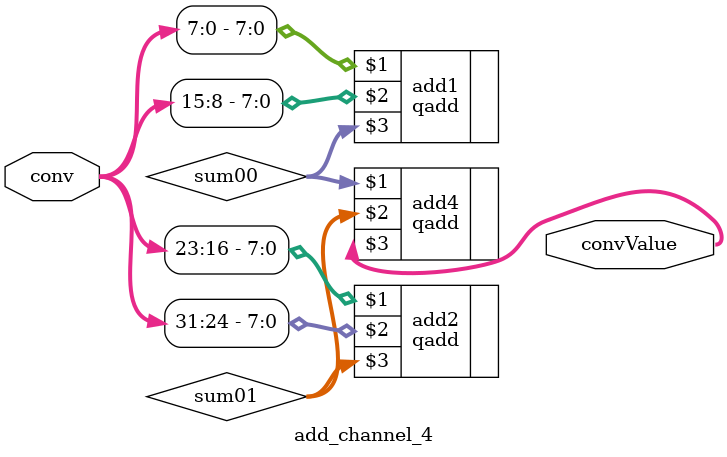
<source format=v>
module add_channel_4 #(parameter BIT_WIDTH = 8, OUT_WIDTH = 8) (
    input [4*BIT_WIDTH-1:0] conv,
    output [OUT_WIDTH-1:0] convValue
);
    wire signed[OUT_WIDTH-1:0] sum00, sum01;


    qadd #(.BIT_WIDTH(BIT_WIDTH), .OUT_WIDTH(OUT_WIDTH)) add1(conv[((0+1)*BIT_WIDTH)-1:((0)*BIT_WIDTH)], conv[((1+1)*BIT_WIDTH)-1:((1)*BIT_WIDTH)], sum00);
    qadd #(.BIT_WIDTH(BIT_WIDTH), .OUT_WIDTH(OUT_WIDTH)) add2(conv[((2+1)*BIT_WIDTH)-1:((2)*BIT_WIDTH)], conv[((3+1)*BIT_WIDTH)-1:((3)*BIT_WIDTH)], sum01);

    qadd #(.BIT_WIDTH(BIT_WIDTH), .OUT_WIDTH(OUT_WIDTH)) add4(sum00, sum01, convValue);

endmodule

</source>
